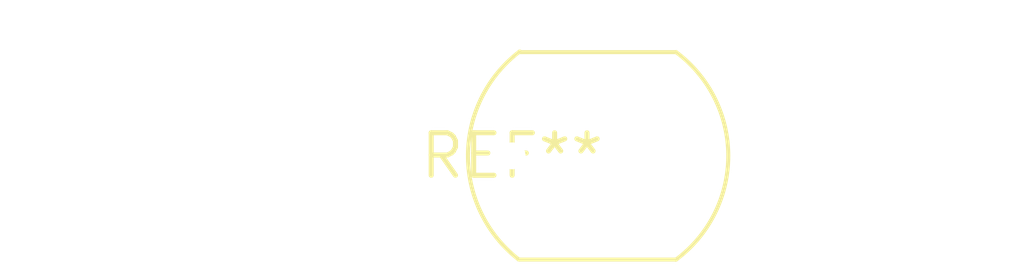
<source format=kicad_pcb>
(kicad_pcb (version 20240108) (generator pcbnew)
  (layers (0 "F.Cu" signal) (31 "B.Cu" signal) (34 "B.Paste" user) (35 "F.Paste" user) (36 "B.SilkS" user "B.Silkscreen") (37 "F.SilkS" user "F.Silkscreen") (38 "B.Mask" user) (39 "F.Mask" user) (44 "Edge.Cuts" user))
  (net 0 "")
  (footprint "R_LDR_7x6mm_P5.1mm_Vertical" (layer "F.Cu") (at 0 0)
    (property "Reference" "REF**")
    (property "Value" "R_LDR_7x6mm_P5.1mm_Vertical")
    (fp_line (start 0.2 -3.1) (end 4.9 -3.1) (layer "F.SilkS") (stroke (width 0.12)))
    (fp_line (start 0.2 3.1) (end 4.9 3.1) (layer "F.SilkS") (stroke (width 0.12)))
    (fp_arc (start 0.2 3.1) (mid -1.320423 -0.016888) (end 0.226796 -3.120561) (layer "F.SilkS") (stroke (width 0.12)))
    (fp_arc (start 4.9 -3.1) (mid 6.460049 0.00492) (end 4.89209 3.105853) (layer "F.SilkS") (stroke (width 0.12)))
    (pad "1" thru_hole circle (at 0 0) (size 1.6 1.6) (drill 0.8) (layers *.Cu *.Mask) (remove_unused_layers))
    (pad "2" thru_hole circle (at 5.08 0) (size 1.6 1.6) (drill 0.8) (layers *.Cu *.Mask) (remove_unused_layers))
  )
)
</source>
